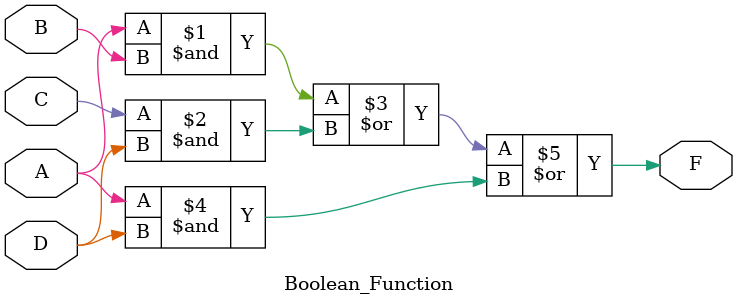
<source format=v>
module Boolean_Function (
    input A, B, C, D,
    output F
);

    assign F = (A & B) | (C & D) | (A & D);

endmodule
</source>
